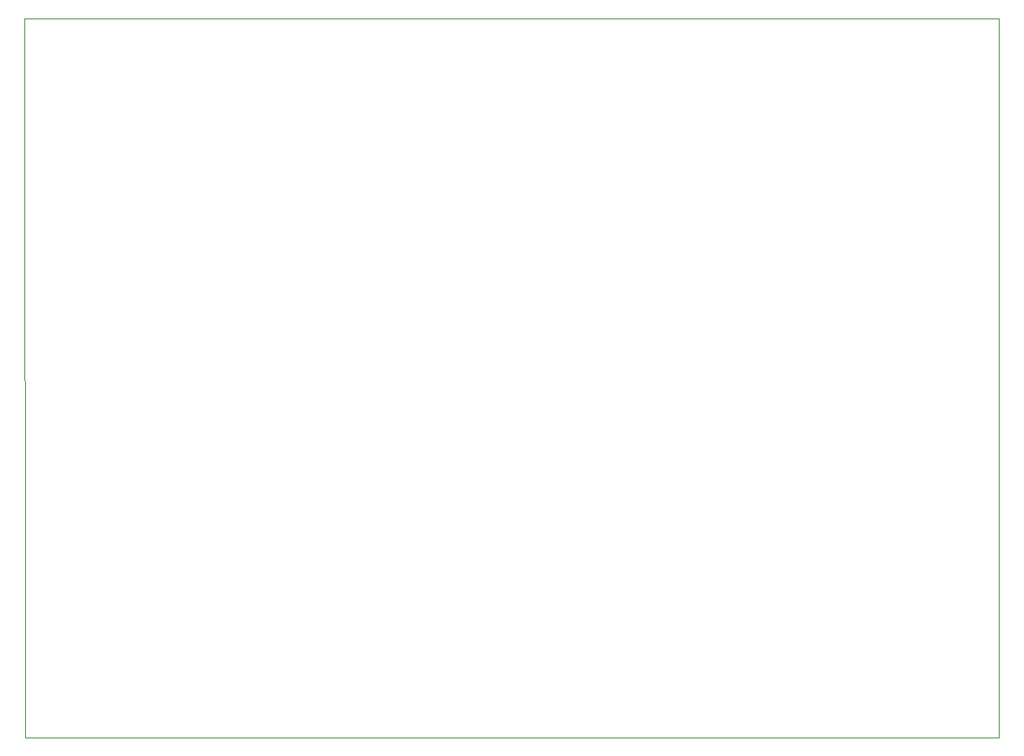
<source format=gbr>
%TF.GenerationSoftware,KiCad,Pcbnew,(5.1.9)-1*%
%TF.CreationDate,2021-07-30T10:33:42+09:00*%
%TF.ProjectId,12f683MPPT,31326636-3833-44d5-9050-542e6b696361,rev?*%
%TF.SameCoordinates,Original*%
%TF.FileFunction,Profile,NP*%
%FSLAX46Y46*%
G04 Gerber Fmt 4.6, Leading zero omitted, Abs format (unit mm)*
G04 Created by KiCad (PCBNEW (5.1.9)-1) date 2021-07-30 10:33:42*
%MOMM*%
%LPD*%
G01*
G04 APERTURE LIST*
%TA.AperFunction,Profile*%
%ADD10C,0.050000*%
%TD*%
G04 APERTURE END LIST*
D10*
X36210000Y-26510000D02*
X36240000Y-99110000D01*
X134520000Y-26510000D02*
X36210000Y-26510000D01*
X134520000Y-99110000D02*
X134520000Y-26510000D01*
X36240000Y-99110000D02*
X134520000Y-99110000D01*
M02*

</source>
